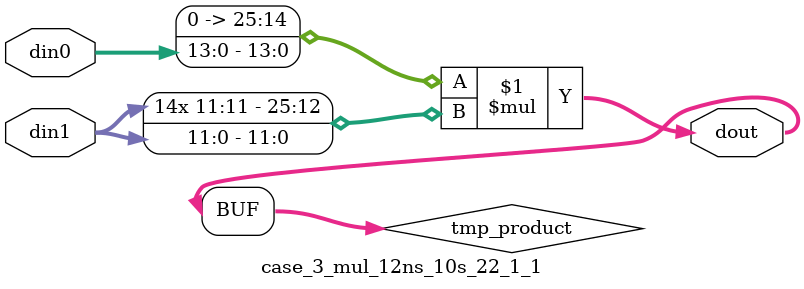
<source format=v>

`timescale 1 ns / 1 ps

 (* use_dsp = "no" *)  module case_3_mul_12ns_10s_22_1_1(din0, din1, dout);
parameter ID = 1;
parameter NUM_STAGE = 0;
parameter din0_WIDTH = 14;
parameter din1_WIDTH = 12;
parameter dout_WIDTH = 26;

input [din0_WIDTH - 1 : 0] din0; 
input [din1_WIDTH - 1 : 0] din1; 
output [dout_WIDTH - 1 : 0] dout;

wire signed [dout_WIDTH - 1 : 0] tmp_product;

























assign tmp_product = $signed({1'b0, din0}) * $signed(din1);










assign dout = tmp_product;





















endmodule

</source>
